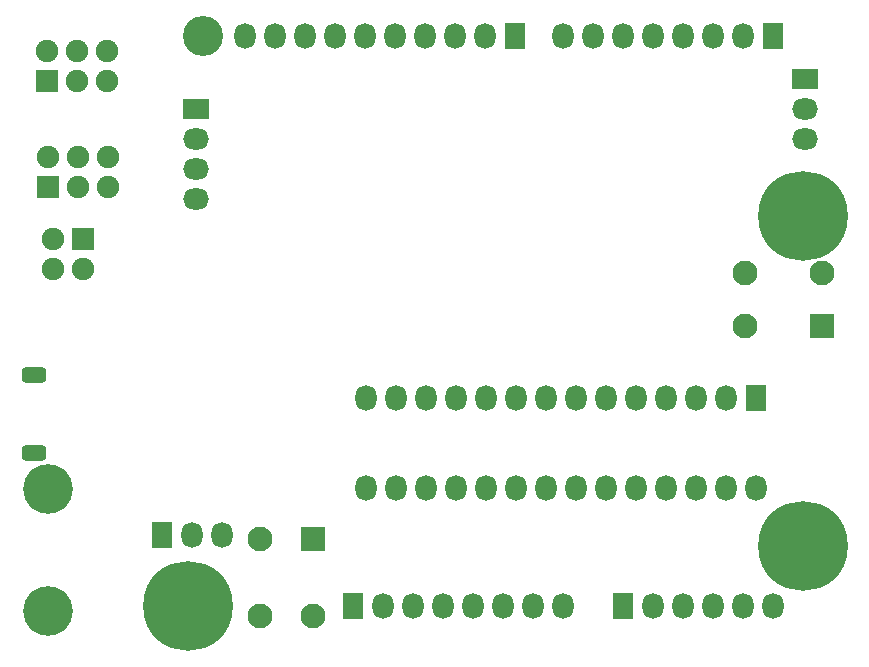
<source format=gbs>
G04 Layer_Color=16711935*
%FSLAX44Y44*%
%MOMM*%
G71*
G01*
G75*
%ADD38C,1.9000*%
%ADD39R,1.9000X1.9000*%
%ADD58R,2.1000X2.1000*%
%ADD75C,2.1000*%
%ADD76R,2.1000X2.1000*%
%ADD77R,1.8000X2.2000*%
%ADD78O,1.8000X2.2000*%
%ADD79O,2.2000X1.8000*%
%ADD80R,2.2000X1.8000*%
G04:AMPARAMS|DCode=81|XSize=2.1mm|YSize=1.3mm|CornerRadius=0.35mm|HoleSize=0mm|Usage=FLASHONLY|Rotation=0.000|XOffset=0mm|YOffset=0mm|HoleType=Round|Shape=RoundedRectangle|*
%AMROUNDEDRECTD81*
21,1,2.1000,0.6000,0,0,0.0*
21,1,1.4000,1.3000,0,0,0.0*
1,1,0.7000,0.7000,-0.3000*
1,1,0.7000,-0.7000,-0.3000*
1,1,0.7000,-0.7000,0.3000*
1,1,0.7000,0.7000,0.3000*
%
%ADD81ROUNDEDRECTD81*%
%ADD82C,3.4000*%
%ADD83C,7.6000*%
%ADD84C,4.2000*%
D38*
X24800Y336450D02*
D03*
X50200Y311050D02*
D03*
X24800D02*
D03*
X71400Y405700D02*
D03*
X46000D02*
D03*
X20600D02*
D03*
X71400Y380300D02*
D03*
X46000D02*
D03*
X70400Y495700D02*
D03*
X45000D02*
D03*
X19600D02*
D03*
X70400Y470300D02*
D03*
X45000D02*
D03*
D39*
X50200Y336450D02*
D03*
X20600Y380300D02*
D03*
X19600Y470300D02*
D03*
D58*
X245500Y82500D02*
D03*
D75*
X675750Y307500D02*
D03*
X610750D02*
D03*
Y262500D02*
D03*
X245500Y17500D02*
D03*
X200500D02*
D03*
Y82500D02*
D03*
D76*
X675750Y262500D02*
D03*
D77*
X117000Y86000D02*
D03*
X416560Y508000D02*
D03*
X635000D02*
D03*
X508000Y25400D02*
D03*
X279400D02*
D03*
X620650Y201930D02*
D03*
D78*
X142400Y86000D02*
D03*
X167800D02*
D03*
X391160Y508000D02*
D03*
X365760D02*
D03*
X340360D02*
D03*
X314960D02*
D03*
X289560D02*
D03*
X264160D02*
D03*
X238760D02*
D03*
X213360D02*
D03*
X187960D02*
D03*
X609600D02*
D03*
X584200D02*
D03*
X558800D02*
D03*
X533400D02*
D03*
X508000D02*
D03*
X482600D02*
D03*
X457200D02*
D03*
X635000Y25400D02*
D03*
X609600D02*
D03*
X584200D02*
D03*
X558800D02*
D03*
X533400D02*
D03*
X304800D02*
D03*
X330200D02*
D03*
X355600D02*
D03*
X381000D02*
D03*
X406400D02*
D03*
X431800D02*
D03*
X457200D02*
D03*
X290450Y125730D02*
D03*
X315850D02*
D03*
X341250D02*
D03*
X366650D02*
D03*
X392050D02*
D03*
X417450D02*
D03*
X442850D02*
D03*
X468250D02*
D03*
X493650D02*
D03*
X519050D02*
D03*
X544450D02*
D03*
X569850D02*
D03*
X595250D02*
D03*
X620650D02*
D03*
X290450Y201930D02*
D03*
X315850D02*
D03*
X341250D02*
D03*
X366650D02*
D03*
X392050D02*
D03*
X417450D02*
D03*
X442850D02*
D03*
X468250D02*
D03*
X493650D02*
D03*
X519050D02*
D03*
X544450D02*
D03*
X569850D02*
D03*
X595250D02*
D03*
D79*
X146000Y369800D02*
D03*
Y395200D02*
D03*
Y420600D02*
D03*
X662000Y446000D02*
D03*
Y420600D02*
D03*
D80*
X146000Y446000D02*
D03*
X662000Y471400D02*
D03*
D81*
X8620Y155000D02*
D03*
Y221000D02*
D03*
D82*
X152400Y508000D02*
D03*
D83*
X660400Y355600D02*
D03*
Y76200D02*
D03*
X139700Y25400D02*
D03*
D84*
X21000Y125000D02*
D03*
Y21000D02*
D03*
M02*

</source>
